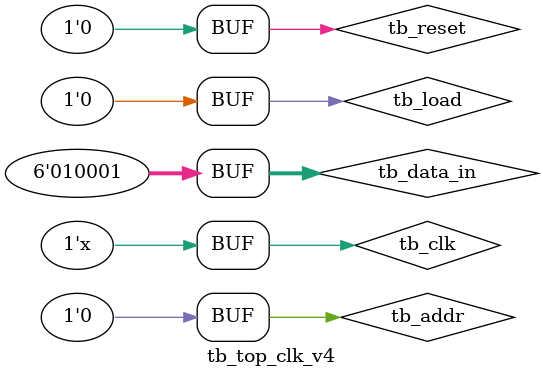
<source format=v>
`timescale 1ns / 1ps
 
module tb_top_clk_v4();
	
	reg  		tb_clk;
	reg  		tb_reset; 
	reg 		tb_load;
	reg  [1:0]	tb_addrs;
	reg  [5:0]	tb_data_in;
	wire [5:0]  tb_seconds_out;
	wire [5:0]	tb_minutes_out;	
 	wire [4:0]	tb_hours_out;

	initial 
	begin
		tb_clk = 1'b0;
		tb_reset = 1'b1;
		tb_load = 1'b0;
		tb_addr = 2'b10;
		tb_data_in = 6'd17;
		#100 
		tb_reset = 1'b0;
		#500
		tb_load = 1'b1;
		tb_load = 1'b0;
	end
 
	always
	begin
		#5 tb_clk = ~tb_clk; //100 MHz 
	end
  
	top_clk_v4 DUT 
	(
		tb_clk  ,
		tb_reset,
		tb_load,
		tb_addrs,
		tb_data_in,
		tb_seconds_out,
		tb_minutes_out,
		tb_hours_out
	);
  
  
endmodule

</source>
